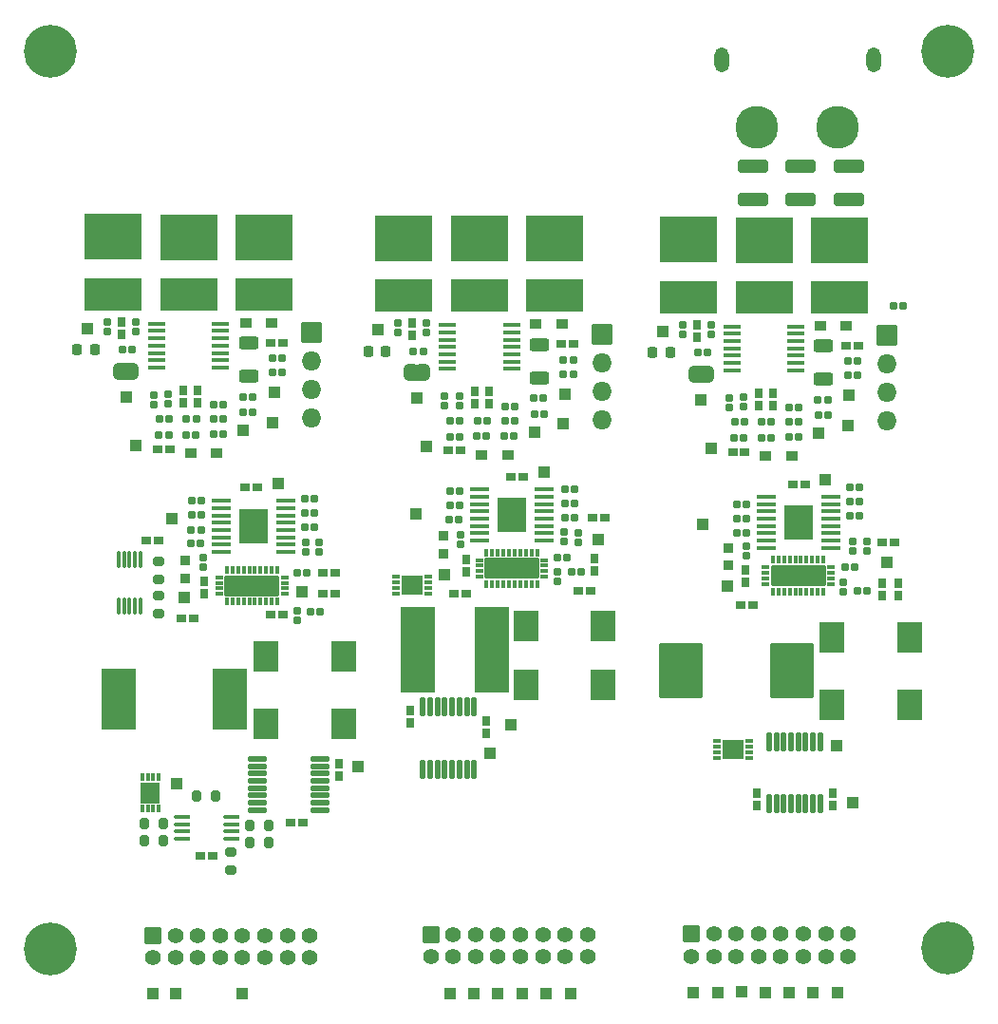
<source format=gbr>
%TF.GenerationSoftware,KiCad,Pcbnew,9.0.0*%
%TF.CreationDate,2025-07-09T13:02:27-07:00*%
%TF.ProjectId,EPS_Scales_RevF_DF11,4550535f-5363-4616-9c65-735f52657646,rev?*%
%TF.SameCoordinates,Original*%
%TF.FileFunction,Soldermask,Top*%
%TF.FilePolarity,Negative*%
%FSLAX46Y46*%
G04 Gerber Fmt 4.6, Leading zero omitted, Abs format (unit mm)*
G04 Created by KiCad (PCBNEW 9.0.0) date 2025-07-09 13:02:27*
%MOMM*%
%LPD*%
G01*
G04 APERTURE LIST*
G04 Aperture macros list*
%AMRoundRect*
0 Rectangle with rounded corners*
0 $1 Rounding radius*
0 $2 $3 $4 $5 $6 $7 $8 $9 X,Y pos of 4 corners*
0 Add a 4 corners polygon primitive as box body*
4,1,4,$2,$3,$4,$5,$6,$7,$8,$9,$2,$3,0*
0 Add four circle primitives for the rounded corners*
1,1,$1+$1,$2,$3*
1,1,$1+$1,$4,$5*
1,1,$1+$1,$6,$7*
1,1,$1+$1,$8,$9*
0 Add four rect primitives between the rounded corners*
20,1,$1+$1,$2,$3,$4,$5,0*
20,1,$1+$1,$4,$5,$6,$7,0*
20,1,$1+$1,$6,$7,$8,$9,0*
20,1,$1+$1,$8,$9,$2,$3,0*%
%AMFreePoly0*
4,1,43,0.507071,0.757071,0.510000,0.750000,0.510000,-0.750000,0.507071,-0.757071,0.500000,-0.760000,0.000000,-0.760000,-0.007071,-0.757071,-0.007630,-0.755722,-0.065263,-0.755722,-0.067851,-0.755381,-0.193930,-0.721599,-0.196342,-0.720600,-0.309381,-0.655337,-0.311452,-0.653748,-0.403748,-0.561452,-0.405337,-0.559381,-0.470600,-0.446342,-0.471599,-0.443930,-0.505381,-0.317851,-0.505722,-0.315263,
-0.505722,-0.257629,-0.507071,-0.257071,-0.510000,-0.250000,-0.510000,0.250000,-0.507071,0.257071,-0.505722,0.257629,-0.505722,0.315263,-0.505381,0.317851,-0.471599,0.443930,-0.470600,0.446342,-0.405337,0.559381,-0.403748,0.561452,-0.311452,0.653748,-0.309381,0.655337,-0.196342,0.720600,-0.193930,0.721599,-0.067851,0.755381,-0.065263,0.755722,-0.007630,0.755722,-0.007071,0.757071,
0.000000,0.760000,0.500000,0.760000,0.507071,0.757071,0.507071,0.757071,$1*%
%AMFreePoly1*
4,1,43,0.007071,0.757071,0.007630,0.755722,0.065263,0.755722,0.067851,0.755381,0.193930,0.721599,0.196342,0.720600,0.309381,0.655337,0.311452,0.653748,0.403748,0.561452,0.405337,0.559381,0.470600,0.446342,0.471599,0.443930,0.505381,0.317851,0.505722,0.315263,0.505722,0.257629,0.507071,0.257071,0.510000,0.250000,0.510000,-0.250000,0.507071,-0.257071,0.505722,-0.257629,
0.505722,-0.315263,0.505381,-0.317851,0.471599,-0.443930,0.470600,-0.446342,0.405337,-0.559381,0.403748,-0.561452,0.311452,-0.653748,0.309381,-0.655337,0.196342,-0.720600,0.193930,-0.721599,0.067851,-0.755381,0.065263,-0.755722,0.007630,-0.755722,0.007071,-0.757071,0.000000,-0.760000,-0.500000,-0.760000,-0.507071,-0.757071,-0.510000,-0.750000,-0.510000,0.750000,-0.507071,0.757071,
-0.500000,0.760000,0.000000,0.760000,0.007071,0.757071,0.007071,0.757071,$1*%
G04 Aperture macros list end*
%ADD10RoundRect,0.010000X-0.500000X0.500000X-0.500000X-0.500000X0.500000X-0.500000X0.500000X0.500000X0*%
%ADD11RoundRect,0.010000X-0.285000X-0.270000X0.285000X-0.270000X0.285000X0.270000X-0.285000X0.270000X0*%
%ADD12RoundRect,0.010000X-0.500000X-0.500000X0.500000X-0.500000X0.500000X0.500000X-0.500000X0.500000X0*%
%ADD13RoundRect,0.010000X0.500000X0.500000X-0.500000X0.500000X-0.500000X-0.500000X0.500000X-0.500000X0*%
%ADD14RoundRect,0.010000X-0.270000X0.395000X-0.270000X-0.395000X0.270000X-0.395000X0.270000X0.395000X0*%
%ADD15RoundRect,0.010000X0.270000X-0.285000X0.270000X0.285000X-0.270000X0.285000X-0.270000X-0.285000X0*%
%ADD16RoundRect,0.010000X-0.395000X-0.270000X0.395000X-0.270000X0.395000X0.270000X-0.395000X0.270000X0*%
%ADD17C,4.720000*%
%ADD18RoundRect,0.010000X-0.270000X0.285000X-0.270000X-0.285000X0.270000X-0.285000X0.270000X0.285000X0*%
%ADD19RoundRect,0.010000X0.290000X0.140000X-0.290000X0.140000X-0.290000X-0.140000X0.290000X-0.140000X0*%
%ADD20RoundRect,0.010000X0.875000X0.815000X-0.875000X0.815000X-0.875000X-0.815000X0.875000X-0.815000X0*%
%ADD21RoundRect,0.223750X-0.223750X-0.261250X0.223750X-0.261250X0.223750X0.261250X-0.223750X0.261250X0*%
%ADD22RoundRect,0.010000X0.395000X0.270000X-0.395000X0.270000X-0.395000X-0.270000X0.395000X-0.270000X0*%
%ADD23RoundRect,0.010000X0.700000X0.700000X-0.700000X0.700000X-0.700000X-0.700000X0.700000X-0.700000X0*%
%ADD24C,1.420000*%
%ADD25RoundRect,0.105000X0.642500X0.105000X-0.642500X0.105000X-0.642500X-0.105000X0.642500X-0.105000X0*%
%ADD26RoundRect,0.010000X0.285000X0.270000X-0.285000X0.270000X-0.285000X-0.270000X0.285000X-0.270000X0*%
%ADD27RoundRect,0.010000X-0.500000X-0.375000X0.500000X-0.375000X0.500000X0.375000X-0.500000X0.375000X0*%
%ADD28RoundRect,0.010000X-2.500000X1.400000X-2.500000X-1.400000X2.500000X-1.400000X2.500000X1.400000X0*%
%ADD29RoundRect,0.010000X-2.500000X2.000000X-2.500000X-2.000000X2.500000X-2.000000X2.500000X2.000000X0*%
%ADD30RoundRect,0.254444X-0.630556X0.318056X-0.630556X-0.318056X0.630556X-0.318056X0.630556X0.318056X0*%
%ADD31RoundRect,0.010000X1.510000X3.750000X-1.510000X3.750000X-1.510000X-3.750000X1.510000X-3.750000X0*%
%ADD32RoundRect,0.010000X-0.400000X-0.400000X0.400000X-0.400000X0.400000X0.400000X-0.400000X0.400000X0*%
%ADD33RoundRect,0.205000X-0.205000X-0.280000X0.205000X-0.280000X0.205000X0.280000X-0.205000X0.280000X0*%
%ADD34RoundRect,0.254347X-1.105653X0.330653X-1.105653X-0.330653X1.105653X-0.330653X1.105653X0.330653X0*%
%ADD35O,1.770000X0.360000*%
%ADD36RoundRect,0.010000X-1.250000X-1.450000X1.250000X-1.450000X1.250000X1.450000X-1.250000X1.450000X0*%
%ADD37FreePoly0,180.000000*%
%ADD38FreePoly1,180.000000*%
%ADD39RoundRect,0.010000X0.270000X-0.395000X0.270000X0.395000X-0.270000X0.395000X-0.270000X-0.395000X0*%
%ADD40RoundRect,0.010000X-0.850000X-0.850000X0.850000X-0.850000X0.850000X0.850000X-0.850000X0.850000X0*%
%ADD41O,1.720000X1.720000*%
%ADD42RoundRect,0.205000X0.280000X-0.205000X0.280000X0.205000X-0.280000X0.205000X-0.280000X-0.205000X0*%
%ADD43RoundRect,0.010000X0.140000X0.290000X-0.140000X0.290000X-0.140000X-0.290000X0.140000X-0.290000X0*%
%ADD44RoundRect,0.010000X2.375000X0.850000X-2.375000X0.850000X-2.375000X-0.850000X2.375000X-0.850000X0*%
%ADD45RoundRect,0.205000X0.205000X0.280000X-0.205000X0.280000X-0.205000X-0.280000X0.205000X-0.280000X0*%
%ADD46RoundRect,0.010000X-1.900000X-2.400000X1.900000X-2.400000X1.900000X2.400000X-1.900000X2.400000X0*%
%ADD47RoundRect,0.010000X0.180000X0.780000X-0.180000X0.780000X-0.180000X-0.780000X0.180000X-0.780000X0*%
%ADD48RoundRect,0.010000X1.095000X1.295000X-1.095000X1.295000X-1.095000X-1.295000X1.095000X-1.295000X0*%
%ADD49RoundRect,0.205000X-0.280000X0.205000X-0.280000X-0.205000X0.280000X-0.205000X0.280000X0.205000X0*%
%ADD50RoundRect,0.010000X0.140000X-0.290000X0.140000X0.290000X-0.140000X0.290000X-0.140000X-0.290000X0*%
%ADD51RoundRect,0.010000X0.815000X-0.875000X0.815000X0.875000X-0.815000X0.875000X-0.815000X-0.875000X0*%
%ADD52O,1.320000X2.220000*%
%ADD53C,3.820000*%
%ADD54RoundRect,0.010000X-1.450000X-2.700000X1.450000X-2.700000X1.450000X2.700000X-1.450000X2.700000X0*%
%ADD55RoundRect,0.010000X-0.780000X0.180000X-0.780000X-0.180000X0.780000X-0.180000X0.780000X0.180000X0*%
%ADD56RoundRect,0.010000X0.400000X0.400000X-0.400000X0.400000X-0.400000X-0.400000X0.400000X-0.400000X0*%
%ADD57O,1.470000X0.400000*%
%ADD58O,0.300000X1.640000*%
G04 APERTURE END LIST*
%TO.C,JP2*%
G36*
X192851000Y-66419500D02*
G01*
X192551000Y-66419500D01*
X192551000Y-64919500D01*
X192851000Y-64919500D01*
X192851000Y-66419500D01*
G37*
%TO.C,JP3*%
G36*
X218209000Y-66536000D02*
G01*
X217909000Y-66536000D01*
X217909000Y-65036000D01*
X218209000Y-65036000D01*
X218209000Y-66536000D01*
G37*
%TO.C,JP4*%
G36*
X166918000Y-66283250D02*
G01*
X166618000Y-66283250D01*
X166618000Y-64783250D01*
X166918000Y-64783250D01*
X166918000Y-66283250D01*
G37*
%TD*%
D10*
%TO.C,TP5*%
X205782000Y-70241500D03*
%TD*%
D11*
%TO.C,R171*%
X172129500Y-71186750D03*
X172989500Y-71186750D03*
%TD*%
D12*
%TO.C,TP10*%
X171958000Y-85699600D03*
%TD*%
%TO.C,TP17*%
X197781000Y-121031000D03*
%TD*%
D13*
%TO.C,TP63*%
X166768000Y-67819250D03*
%TD*%
D11*
%TO.C,R158*%
X169706500Y-71218750D03*
X170566500Y-71218750D03*
%TD*%
%TO.C,R155*%
X223420500Y-71439500D03*
X224280500Y-71439500D03*
%TD*%
D14*
%TO.C,C36*%
X197104000Y-82339000D03*
X197104000Y-83439000D03*
%TD*%
D15*
%TO.C,R64*%
X183983200Y-81648800D03*
X183983200Y-80788800D03*
%TD*%
D16*
%TO.C,C25*%
X184296800Y-83528400D03*
X185396800Y-83528400D03*
%TD*%
D17*
%TO.C,J3*%
X160012800Y-37000000D03*
%TD*%
D13*
%TO.C,TP61*%
X177245500Y-70803750D03*
%TD*%
D18*
%TO.C,R127*%
X196480000Y-67721000D03*
X196480000Y-68581000D03*
%TD*%
D19*
%TO.C,U18*%
X222320000Y-100025000D03*
X222320000Y-99525000D03*
X222320000Y-99025000D03*
X222320000Y-98525000D03*
X219480000Y-98525000D03*
X219480000Y-99025000D03*
X219480000Y-99525000D03*
X219480000Y-100025000D03*
D20*
X220900000Y-99275000D03*
%TD*%
D21*
%TO.C,D14*%
X213700500Y-63875750D03*
X215275500Y-63875750D03*
%TD*%
D22*
%TO.C,C29*%
X169699600Y-80582000D03*
X168599600Y-80582000D03*
%TD*%
D23*
%TO.C,CN1*%
X193941000Y-115729000D03*
D24*
X193941000Y-117729000D03*
X195941000Y-115729000D03*
X195941000Y-117729000D03*
X197941000Y-115729000D03*
X197941000Y-117729000D03*
X199941000Y-115729000D03*
X199941000Y-117729000D03*
X201941000Y-115729000D03*
X201941000Y-117729000D03*
X203941000Y-115729000D03*
X203941000Y-117729000D03*
X205941000Y-115729000D03*
X205941000Y-117729000D03*
X207941000Y-115729000D03*
X207941000Y-117729000D03*
%TD*%
D22*
%TO.C,C27*%
X172807200Y-87541600D03*
X171707200Y-87541600D03*
%TD*%
D25*
%TO.C,U11*%
X175218500Y-65197250D03*
X175218500Y-64547250D03*
X175218500Y-63897250D03*
X175218500Y-63247250D03*
X175218500Y-62597250D03*
X175218500Y-61947250D03*
X175218500Y-61297250D03*
X169493500Y-61297250D03*
X169493500Y-61947250D03*
X169493500Y-62597250D03*
X169493500Y-63247250D03*
X169493500Y-63897250D03*
X169493500Y-64547250D03*
X169493500Y-65197250D03*
%TD*%
D26*
%TO.C,R166*%
X180709000Y-64379250D03*
X179849000Y-64379250D03*
%TD*%
D11*
%TO.C,R165*%
X179849000Y-65649250D03*
X180709000Y-65649250D03*
%TD*%
D12*
%TO.C,TP31*%
X180325600Y-75502000D03*
%TD*%
D21*
%TO.C,D13*%
X188342500Y-63759250D03*
X189917500Y-63759250D03*
%TD*%
D15*
%TO.C,R93*%
X231523600Y-81571200D03*
X231523600Y-80711200D03*
%TD*%
D11*
%TO.C,R60*%
X182716800Y-78194400D03*
X183576800Y-78194400D03*
%TD*%
D10*
%TO.C,TP30*%
X231140000Y-70358000D03*
%TD*%
D11*
%TO.C,R28*%
X221214800Y-77382000D03*
X222074800Y-77382000D03*
%TD*%
D27*
%TO.C,D7*%
X228644000Y-61457000D03*
X230984000Y-61457000D03*
%TD*%
%TO.C,D10*%
X177442800Y-61264800D03*
X179782800Y-61264800D03*
%TD*%
D12*
%TO.C,TP40*%
X195199000Y-83693000D03*
%TD*%
D28*
%TO.C,C43*%
X198331000Y-58811500D03*
D29*
X198331000Y-53711500D03*
%TD*%
D26*
%TO.C,R134*%
X201400500Y-68654000D03*
X200540500Y-68654000D03*
%TD*%
D30*
%TO.C,R86*%
X228981000Y-63296500D03*
X228981000Y-66221500D03*
%TD*%
D26*
%TO.C,R151*%
X226758500Y-68770500D03*
X225898500Y-68770500D03*
%TD*%
%TO.C,R143*%
X221903500Y-70040500D03*
X221043500Y-70040500D03*
%TD*%
%TO.C,R73*%
X196469000Y-78740000D03*
X195609000Y-78740000D03*
%TD*%
D31*
%TO.C,L3*%
X192758000Y-90322400D03*
X199418000Y-90322400D03*
%TD*%
D27*
%TO.C,D6*%
X203286000Y-61340500D03*
X205626000Y-61340500D03*
%TD*%
D18*
%TO.C,R160*%
X170547000Y-67584750D03*
X170547000Y-68444750D03*
%TD*%
D28*
%TO.C,C51*%
X230378000Y-58928000D03*
D29*
X230378000Y-53828000D03*
%TD*%
D32*
%TO.C,D17*%
X172045200Y-82385600D03*
X172045200Y-83985600D03*
%TD*%
D15*
%TO.C,R129*%
X191050000Y-62113500D03*
X191050000Y-61253500D03*
%TD*%
D26*
%TO.C,R78*%
X206756000Y-76073000D03*
X205896000Y-76073000D03*
%TD*%
D14*
%TO.C,C81*%
X173181500Y-67205750D03*
X173181500Y-68305750D03*
%TD*%
D12*
%TO.C,TP21*%
X206417000Y-121031000D03*
%TD*%
D21*
%TO.C,D16*%
X162409500Y-63623000D03*
X163984500Y-63623000D03*
%TD*%
D11*
%TO.C,R149*%
X231140000Y-65902000D03*
X232000000Y-65902000D03*
%TD*%
D33*
%TO.C,R47*%
X168408600Y-107413200D03*
X170058600Y-107413200D03*
%TD*%
D28*
%TO.C,C63*%
X165625000Y-58660250D03*
D29*
X165625000Y-53560250D03*
%TD*%
D11*
%TO.C,R124*%
X203164000Y-69331500D03*
X204024000Y-69331500D03*
%TD*%
%TO.C,R125*%
X195639500Y-71355000D03*
X196499500Y-71355000D03*
%TD*%
%TO.C,R88*%
X231324000Y-75908800D03*
X232184000Y-75908800D03*
%TD*%
D16*
%TO.C,C38*%
X208365000Y-78613000D03*
X209465000Y-78613000D03*
%TD*%
D13*
%TO.C,TP9*%
X193590000Y-72273500D03*
%TD*%
D34*
%TO.C,C2*%
X226949000Y-47293000D03*
X226949000Y-50243000D03*
%TD*%
D15*
%TO.C,R56*%
X230710800Y-85178000D03*
X230710800Y-84318000D03*
%TD*%
%TO.C,R62*%
X182764000Y-81645200D03*
X182764000Y-80785200D03*
%TD*%
D35*
%TO.C,U17*%
X175271200Y-77082800D03*
X175271200Y-77732800D03*
X175271200Y-78382800D03*
X175271200Y-79042800D03*
X175271200Y-79692800D03*
X175271200Y-80342800D03*
X175271200Y-80992800D03*
X175271200Y-81642800D03*
X181011200Y-80342800D03*
X181011200Y-80992800D03*
X181011200Y-81642800D03*
X181011200Y-79692800D03*
X181011200Y-79042800D03*
X181011200Y-78382800D03*
X181011200Y-77732800D03*
X181011200Y-77082800D03*
D36*
X178141200Y-79362800D03*
%TD*%
D13*
%TO.C,TP2*%
X223771800Y-120878200D03*
%TD*%
D28*
%TO.C,C50*%
X216916000Y-58913000D03*
D29*
X216916000Y-53813000D03*
%TD*%
D11*
%TO.C,R132*%
X205782000Y-65785500D03*
X206642000Y-65785500D03*
%TD*%
D17*
%TO.C,J2*%
X160012800Y-117000000D03*
%TD*%
D12*
%TO.C,TP39*%
X204089000Y-74549000D03*
%TD*%
D11*
%TO.C,R131*%
X192398000Y-63764500D03*
X193258000Y-63764500D03*
%TD*%
D13*
%TO.C,TP43*%
X199262000Y-99579000D03*
%TD*%
D37*
%TO.C,JP2*%
X193351000Y-65669500D03*
D38*
X192051000Y-65669500D03*
%TD*%
D15*
%TO.C,R104*%
X205232000Y-84299000D03*
X205232000Y-83439000D03*
%TD*%
D39*
%TO.C,C73*%
X217678000Y-62470000D03*
X217678000Y-61370000D03*
%TD*%
%TO.C,C78*%
X235587600Y-85492400D03*
X235587600Y-84392400D03*
%TD*%
D22*
%TO.C,C74*%
X232035000Y-63235000D03*
X230935000Y-63235000D03*
%TD*%
D13*
%TO.C,TP15*%
X192701000Y-67955500D03*
%TD*%
D11*
%TO.C,R61*%
X182713200Y-79464400D03*
X183573200Y-79464400D03*
%TD*%
D30*
%TO.C,R85*%
X203623000Y-63180000D03*
X203623000Y-66105000D03*
%TD*%
D12*
%TO.C,TP19*%
X202099000Y-121031000D03*
%TD*%
D35*
%TO.C,U12*%
X198298000Y-76062500D03*
X198298000Y-76712500D03*
X198298000Y-77362500D03*
X198298000Y-78022500D03*
X198298000Y-78672500D03*
X198298000Y-79322500D03*
X198298000Y-79972500D03*
X198298000Y-80622500D03*
X204038000Y-79322500D03*
X204038000Y-79972500D03*
X204038000Y-80622500D03*
X204038000Y-78672500D03*
X204038000Y-78022500D03*
X204038000Y-77362500D03*
X204038000Y-76712500D03*
X204038000Y-76062500D03*
D36*
X201168000Y-78342500D03*
%TD*%
D11*
%TO.C,R168*%
X172165500Y-69787750D03*
X173025500Y-69787750D03*
%TD*%
D16*
%TO.C,C28*%
X184296800Y-85357200D03*
X185396800Y-85357200D03*
%TD*%
D40*
%TO.C,J8*%
X234594000Y-62367000D03*
D41*
X234594000Y-64907000D03*
X234594000Y-67447000D03*
X234594000Y-69987000D03*
%TD*%
D12*
%TO.C,TP42*%
X201066400Y-97078800D03*
%TD*%
D15*
%TO.C,R77*%
X196596000Y-80948000D03*
X196596000Y-80088000D03*
%TD*%
D42*
%TO.C,R35*%
X169657600Y-84099400D03*
X169657600Y-82449400D03*
%TD*%
D14*
%TO.C,C75*%
X223202500Y-67458500D03*
X223202500Y-68558500D03*
%TD*%
D11*
%TO.C,R81*%
X205232000Y-82169000D03*
X206092000Y-82169000D03*
%TD*%
D15*
%TO.C,R80*%
X207137000Y-80821000D03*
X207137000Y-79961000D03*
%TD*%
D43*
%TO.C,U13*%
X203419000Y-81687000D03*
X202919000Y-81687000D03*
X202419000Y-81687000D03*
X201919000Y-81687000D03*
X201419000Y-81687000D03*
X200919000Y-81687000D03*
X200419000Y-81687000D03*
X199919000Y-81687000D03*
X199419000Y-81687000D03*
X198919000Y-81687000D03*
D44*
X201169000Y-83107000D03*
D19*
X198249000Y-83857000D03*
X198249000Y-83357000D03*
X198249000Y-82857000D03*
X198249000Y-82357000D03*
D43*
X200919000Y-84527000D03*
X200419000Y-84527000D03*
X199919000Y-84527000D03*
X199419000Y-84527000D03*
X198919000Y-84527000D03*
X201419000Y-84527000D03*
X201919000Y-84527000D03*
X202419000Y-84527000D03*
X202919000Y-84527000D03*
X203419000Y-84527000D03*
D19*
X204089000Y-83857000D03*
X204089000Y-83357000D03*
X204089000Y-82857000D03*
X204089000Y-82357000D03*
%TD*%
D11*
%TO.C,R57*%
X172654800Y-77076800D03*
X173514800Y-77076800D03*
%TD*%
%TO.C,R72*%
X195662770Y-77470000D03*
X196522770Y-77470000D03*
%TD*%
D16*
%TO.C,C47*%
X234224800Y-80785600D03*
X235324800Y-80785600D03*
%TD*%
D13*
%TO.C,TP56*%
X228536500Y-71056500D03*
%TD*%
%TO.C,TP44*%
X217371000Y-120878200D03*
%TD*%
D45*
%TO.C,R46*%
X179456600Y-107514800D03*
X177806600Y-107514800D03*
%TD*%
D25*
%TO.C,U6*%
X201151500Y-65333500D03*
X201151500Y-64683500D03*
X201151500Y-64033500D03*
X201151500Y-63383500D03*
X201151500Y-62733500D03*
X201151500Y-62083500D03*
X201151500Y-61433500D03*
X195426500Y-61433500D03*
X195426500Y-62083500D03*
X195426500Y-62733500D03*
X195426500Y-63383500D03*
X195426500Y-64033500D03*
X195426500Y-64683500D03*
X195426500Y-65333500D03*
%TD*%
D15*
%TO.C,R29*%
X222074800Y-81977600D03*
X222074800Y-81117600D03*
%TD*%
D11*
%TO.C,R135*%
X198098500Y-69924000D03*
X198958500Y-69924000D03*
%TD*%
D40*
%TO.C,J9*%
X183303000Y-62114250D03*
D41*
X183303000Y-64654250D03*
X183303000Y-67194250D03*
X183303000Y-69734250D03*
%TD*%
D46*
%TO.C,L1*%
X216238800Y-92215600D03*
X226138800Y-92215600D03*
%TD*%
D11*
%TO.C,R41*%
X172654800Y-78346800D03*
X173514800Y-78346800D03*
%TD*%
D47*
%TO.C,U16*%
X197809200Y-95467200D03*
X197159200Y-95467200D03*
X196509200Y-95467200D03*
X195859200Y-95467200D03*
X195199200Y-95467200D03*
X194549200Y-101027200D03*
X194549200Y-95467200D03*
X193899200Y-95467200D03*
X193249200Y-95467200D03*
X193249200Y-101027200D03*
X193899200Y-101027200D03*
X195199200Y-101027200D03*
X195859200Y-101027200D03*
X197809200Y-101027200D03*
X197159200Y-101027200D03*
X196509200Y-101027200D03*
%TD*%
D15*
%TO.C,R130*%
X193590000Y-62113500D03*
X193590000Y-61253500D03*
%TD*%
D26*
%TO.C,R126*%
X196545500Y-69924000D03*
X195685500Y-69924000D03*
%TD*%
D48*
%TO.C,C62*%
X229737600Y-95263600D03*
X236617600Y-95263600D03*
%TD*%
D43*
%TO.C,U3*%
X180258800Y-83223600D03*
X179758800Y-83223600D03*
X179258800Y-83223600D03*
X178758800Y-83223600D03*
X178258800Y-83223600D03*
X177758800Y-83223600D03*
X177258800Y-83223600D03*
X176758800Y-83223600D03*
X176258800Y-83223600D03*
X175758800Y-83223600D03*
D44*
X178008800Y-84643600D03*
D19*
X175088800Y-85393600D03*
X175088800Y-84893600D03*
X175088800Y-84393600D03*
X175088800Y-83893600D03*
D43*
X177758800Y-86063600D03*
X177258800Y-86063600D03*
X176758800Y-86063600D03*
X176258800Y-86063600D03*
X175758800Y-86063600D03*
X178258800Y-86063600D03*
X178758800Y-86063600D03*
X179258800Y-86063600D03*
X179758800Y-86063600D03*
X180258800Y-86063600D03*
D19*
X180928800Y-85393600D03*
X180928800Y-84893600D03*
X180928800Y-84393600D03*
X180928800Y-83893600D03*
%TD*%
D16*
%TO.C,C41*%
X207069600Y-85090000D03*
X208169600Y-85090000D03*
%TD*%
D37*
%TO.C,JP3*%
X218709000Y-65786000D03*
D38*
X217409000Y-65786000D03*
%TD*%
D12*
%TO.C,TP33*%
X171283200Y-102273600D03*
%TD*%
%TO.C,TP20*%
X204258000Y-121031000D03*
%TD*%
D14*
%TO.C,C76*%
X224472500Y-67458500D03*
X224472500Y-68558500D03*
%TD*%
D26*
%TO.C,R169*%
X175429500Y-71150750D03*
X174569500Y-71150750D03*
%TD*%
%TO.C,R107*%
X173442000Y-79667600D03*
X172582000Y-79667600D03*
%TD*%
D15*
%TO.C,R128*%
X195189000Y-68625000D03*
X195189000Y-67765000D03*
%TD*%
D26*
%TO.C,R153*%
X226720500Y-71403500D03*
X225860500Y-71403500D03*
%TD*%
D14*
%TO.C,C54*%
X223040000Y-103137600D03*
X223040000Y-104237600D03*
%TD*%
D23*
%TO.C,J6*%
X217167800Y-115696600D03*
D24*
X217167800Y-117696600D03*
X219167800Y-115696600D03*
X219167800Y-117696600D03*
X221167800Y-115696600D03*
X221167800Y-117696600D03*
X223167800Y-115696600D03*
X223167800Y-117696600D03*
X225167800Y-115696600D03*
X225167800Y-117696600D03*
X227167800Y-115696600D03*
X227167800Y-117696600D03*
X229167800Y-115696600D03*
X229167800Y-117696600D03*
X231167800Y-115696600D03*
X231167800Y-117696600D03*
%TD*%
D49*
%TO.C,R34*%
X169657600Y-85497400D03*
X169657600Y-87147400D03*
%TD*%
D15*
%TO.C,R92*%
X232793600Y-81547600D03*
X232793600Y-80687600D03*
%TD*%
D30*
%TO.C,R94*%
X177690000Y-63043750D03*
X177690000Y-65968750D03*
%TD*%
D15*
%TO.C,R161*%
X169256000Y-68488750D03*
X169256000Y-67628750D03*
%TD*%
D11*
%TO.C,R91*%
X230866800Y-83020800D03*
X231726800Y-83020800D03*
%TD*%
D22*
%TO.C,C83*%
X170663500Y-72475350D03*
X169563500Y-72475350D03*
%TD*%
D14*
%TO.C,C71*%
X197844500Y-67342000D03*
X197844500Y-68442000D03*
%TD*%
D50*
%TO.C,U4*%
X168200000Y-104520000D03*
X168700000Y-104520000D03*
X169200000Y-104520000D03*
X169700000Y-104520000D03*
X169700000Y-101680000D03*
X169200000Y-101680000D03*
X168700000Y-101680000D03*
X168200000Y-101680000D03*
D51*
X168950000Y-103100000D03*
%TD*%
D11*
%TO.C,R90*%
X231273200Y-78448800D03*
X232133200Y-78448800D03*
%TD*%
D34*
%TO.C,C1*%
X231199000Y-47293000D03*
X231199000Y-50243000D03*
%TD*%
%TO.C,C3*%
X222699000Y-47293000D03*
X222699000Y-50243000D03*
%TD*%
D12*
%TO.C,TP25*%
X229136000Y-75197600D03*
%TD*%
D11*
%TO.C,R146*%
X217756000Y-63881000D03*
X218616000Y-63881000D03*
%TD*%
D42*
%TO.C,R44*%
X176091600Y-110016200D03*
X176091600Y-108366200D03*
%TD*%
D11*
%TO.C,R141*%
X228522000Y-69448000D03*
X229382000Y-69448000D03*
%TD*%
D52*
%TO.C,U8*%
X219901000Y-37815000D03*
X233401000Y-37815000D03*
D53*
X223051000Y-43815000D03*
X230251000Y-43815000D03*
%TD*%
D54*
%TO.C,L2*%
X166101600Y-94742000D03*
X176001600Y-94742000D03*
%TD*%
D28*
%TO.C,C34*%
X191558000Y-58796500D03*
D29*
X191558000Y-53696500D03*
%TD*%
D48*
%TO.C,C58*%
X202427000Y-88265000D03*
X209307000Y-88265000D03*
%TD*%
D22*
%TO.C,C35*%
X202226000Y-74930000D03*
X201126000Y-74930000D03*
%TD*%
D12*
%TO.C,TP6*%
X189272000Y-61859500D03*
%TD*%
D15*
%TO.C,R164*%
X167657000Y-61977250D03*
X167657000Y-61117250D03*
%TD*%
D55*
%TO.C,U5*%
X178510800Y-100082000D03*
X178510800Y-100732000D03*
X178510800Y-101382000D03*
X178510800Y-102032000D03*
X178510800Y-102692000D03*
X184070800Y-103342000D03*
X178510800Y-103342000D03*
X178510800Y-103992000D03*
X178510800Y-104642000D03*
X184070800Y-104642000D03*
X184070800Y-103992000D03*
X184070800Y-102692000D03*
X184070800Y-102032000D03*
X184070800Y-100082000D03*
X184070800Y-100732000D03*
X184070800Y-101382000D03*
%TD*%
D12*
%TO.C,TP54*%
X214630000Y-61976000D03*
%TD*%
D39*
%TO.C,C60*%
X234216000Y-85501200D03*
X234216000Y-84401200D03*
%TD*%
D12*
%TO.C,TP35*%
X182459200Y-85204800D03*
%TD*%
%TO.C,TP28*%
X230152000Y-98870400D03*
%TD*%
D10*
%TO.C,TP47*%
X179849000Y-70105250D03*
%TD*%
D14*
%TO.C,C70*%
X199114500Y-67342000D03*
X199114500Y-68442000D03*
%TD*%
D11*
%TO.C,R152*%
X223456500Y-70040500D03*
X224316500Y-70040500D03*
%TD*%
D23*
%TO.C,J10*%
X169157200Y-115798200D03*
D24*
X169157200Y-117798200D03*
X171157200Y-115798200D03*
X171157200Y-117798200D03*
X173157200Y-115798200D03*
X173157200Y-117798200D03*
X175157200Y-115798200D03*
X175157200Y-117798200D03*
X177157200Y-115798200D03*
X177157200Y-117798200D03*
X179157200Y-115798200D03*
X179157200Y-117798200D03*
X181157200Y-115798200D03*
X181157200Y-117798200D03*
X183157200Y-115798200D03*
X183157200Y-117798200D03*
%TD*%
D48*
%TO.C,C56*%
X179273200Y-96982000D03*
X186153200Y-96982000D03*
%TD*%
D22*
%TO.C,C31*%
X182501200Y-105728000D03*
X181401200Y-105728000D03*
%TD*%
D13*
%TO.C,TP45*%
X219504600Y-120878200D03*
%TD*%
D26*
%TO.C,R154*%
X226758500Y-70040500D03*
X225898500Y-70040500D03*
%TD*%
D13*
%TO.C,TP46*%
X230172600Y-120878200D03*
%TD*%
D39*
%TO.C,C55*%
X229796400Y-104246400D03*
X229796400Y-103146400D03*
%TD*%
D17*
%TO.C,J5*%
X240012800Y-37000000D03*
%TD*%
D13*
%TO.C,TP8*%
X203178500Y-70940000D03*
%TD*%
D12*
%TO.C,TP34*%
X187488400Y-100800400D03*
%TD*%
%TO.C,TP23*%
X171196000Y-120973200D03*
%TD*%
D14*
%TO.C,C23*%
X173721600Y-84299200D03*
X173721600Y-85399200D03*
%TD*%
D11*
%TO.C,R162*%
X166465000Y-63628250D03*
X167325000Y-63628250D03*
%TD*%
D15*
%TO.C,R163*%
X165117000Y-61977250D03*
X165117000Y-61117250D03*
%TD*%
D11*
%TO.C,R75*%
X195662770Y-76200000D03*
X196522770Y-76200000D03*
%TD*%
D22*
%TO.C,C72*%
X196596500Y-72611600D03*
X195496500Y-72611600D03*
%TD*%
D45*
%TO.C,R45*%
X174741000Y-103400000D03*
X173091000Y-103400000D03*
%TD*%
D18*
%TO.C,R144*%
X221838000Y-67837500D03*
X221838000Y-68697500D03*
%TD*%
D12*
%TO.C,TP41*%
X208915000Y-80518000D03*
%TD*%
D15*
%TO.C,R58*%
X173620000Y-82993200D03*
X173620000Y-82133200D03*
%TD*%
D26*
%TO.C,R159*%
X170612500Y-69787750D03*
X169752500Y-69787750D03*
%TD*%
D11*
%TO.C,R174*%
X235204000Y-59690000D03*
X236064000Y-59690000D03*
%TD*%
D28*
%TO.C,C64*%
X172398000Y-58675250D03*
D29*
X172398000Y-53575250D03*
%TD*%
D39*
%TO.C,C68*%
X192320000Y-62353500D03*
X192320000Y-61253500D03*
%TD*%
D11*
%TO.C,R157*%
X177231000Y-69195250D03*
X178091000Y-69195250D03*
%TD*%
D25*
%TO.C,U10*%
X226509500Y-65450000D03*
X226509500Y-64800000D03*
X226509500Y-64150000D03*
X226509500Y-63500000D03*
X226509500Y-62850000D03*
X226509500Y-62200000D03*
X226509500Y-61550000D03*
X220784500Y-61550000D03*
X220784500Y-62200000D03*
X220784500Y-62850000D03*
X220784500Y-63500000D03*
X220784500Y-64150000D03*
X220784500Y-64800000D03*
X220784500Y-65450000D03*
%TD*%
D12*
%TO.C,TP36*%
X170876800Y-78702400D03*
%TD*%
D27*
%TO.C,D15*%
X223810500Y-73088500D03*
X226150500Y-73088500D03*
%TD*%
D26*
%TO.C,R82*%
X222098400Y-79922000D03*
X221238400Y-79922000D03*
%TD*%
D12*
%TO.C,TP37*%
X192633600Y-78232000D03*
%TD*%
D45*
%TO.C,R43*%
X179456600Y-105990800D03*
X177806600Y-105990800D03*
%TD*%
D26*
%TO.C,R150*%
X232000000Y-64632000D03*
X231140000Y-64632000D03*
%TD*%
%TO.C,R138*%
X201362500Y-71287000D03*
X200502500Y-71287000D03*
%TD*%
D17*
%TO.C,J4*%
X240030000Y-116967000D03*
%TD*%
D37*
%TO.C,JP4*%
X167418000Y-65533250D03*
D38*
X166118000Y-65533250D03*
%TD*%
D13*
%TO.C,TP57*%
X218948000Y-72390000D03*
%TD*%
D56*
%TO.C,D9*%
X195072000Y-81826000D03*
X195072000Y-80226000D03*
%TD*%
D12*
%TO.C,TP27*%
X234622400Y-82563600D03*
%TD*%
D57*
%TO.C,U9*%
X176158000Y-107224800D03*
X176158000Y-106564800D03*
X176158000Y-105914800D03*
X176158000Y-105264800D03*
X171758000Y-105264800D03*
X171758000Y-105914800D03*
X171758000Y-106564800D03*
X171758000Y-107224800D03*
%TD*%
D14*
%TO.C,C82*%
X171911500Y-67205750D03*
X171911500Y-68305750D03*
%TD*%
D12*
%TO.C,TP59*%
X163339000Y-61723250D03*
%TD*%
D11*
%TO.C,R89*%
X231296800Y-77178800D03*
X232156800Y-77178800D03*
%TD*%
D40*
%TO.C,J7*%
X209236000Y-62250500D03*
D41*
X209236000Y-64790500D03*
X209236000Y-67330500D03*
X209236000Y-69870500D03*
%TD*%
D11*
%TO.C,R142*%
X220997500Y-71471500D03*
X221857500Y-71471500D03*
%TD*%
D26*
%TO.C,R167*%
X175467500Y-68517750D03*
X174607500Y-68517750D03*
%TD*%
D19*
%TO.C,U14*%
X193695000Y-85350000D03*
X193695000Y-84850000D03*
X193695000Y-84350000D03*
X193695000Y-83850000D03*
X190855000Y-83850000D03*
X190855000Y-84350000D03*
X190855000Y-84850000D03*
X190855000Y-85350000D03*
D20*
X192275000Y-84600000D03*
%TD*%
D27*
%TO.C,D18*%
X172519500Y-72835750D03*
X174859500Y-72835750D03*
%TD*%
D12*
%TO.C,TP38*%
X218214000Y-79210800D03*
%TD*%
D22*
%TO.C,C59*%
X222684400Y-86373600D03*
X221584400Y-86373600D03*
%TD*%
%TO.C,C45*%
X227298400Y-75604000D03*
X226198400Y-75604000D03*
%TD*%
D13*
%TO.C,TP62*%
X167657000Y-72137250D03*
%TD*%
D12*
%TO.C,TP60*%
X179976000Y-67438250D03*
%TD*%
D22*
%TO.C,C24*%
X178479200Y-75908400D03*
X177379200Y-75908400D03*
%TD*%
D26*
%TO.C,R137*%
X203975000Y-67955500D03*
X203115000Y-67955500D03*
%TD*%
D14*
%TO.C,C32*%
X185761200Y-100504400D03*
X185761200Y-101604400D03*
%TD*%
D15*
%TO.C,R79*%
X205867000Y-80694000D03*
X205867000Y-79834000D03*
%TD*%
D26*
%TO.C,R140*%
X201400500Y-69924000D03*
X200540500Y-69924000D03*
%TD*%
D16*
%TO.C,C30*%
X173366000Y-108734000D03*
X174466000Y-108734000D03*
%TD*%
D15*
%TO.C,R65*%
X182052800Y-87744800D03*
X182052800Y-86884800D03*
%TD*%
D12*
%TO.C,TP22*%
X169164000Y-120973200D03*
%TD*%
D22*
%TO.C,C77*%
X221954500Y-72728100D03*
X220854500Y-72728100D03*
%TD*%
D15*
%TO.C,R147*%
X216408000Y-62230000D03*
X216408000Y-61370000D03*
%TD*%
%TO.C,R148*%
X218948000Y-62230000D03*
X218948000Y-61370000D03*
%TD*%
D11*
%TO.C,R136*%
X198062500Y-71323000D03*
X198922500Y-71323000D03*
%TD*%
D12*
%TO.C,TP24*%
X177093200Y-121031000D03*
%TD*%
D13*
%TO.C,TP58*%
X218059000Y-68072000D03*
%TD*%
D12*
%TO.C,TP55*%
X231267000Y-67691000D03*
%TD*%
D26*
%TO.C,R103*%
X207362000Y-83439000D03*
X206502000Y-83439000D03*
%TD*%
D11*
%TO.C,R63*%
X182029200Y-83477600D03*
X182889200Y-83477600D03*
%TD*%
D58*
%TO.C,U7*%
X168085900Y-82282000D03*
X167585900Y-82282000D03*
X167085900Y-82282000D03*
X166585900Y-82282000D03*
X166085900Y-82282000D03*
X166085900Y-86502000D03*
X166585900Y-86502000D03*
X167085900Y-86502000D03*
X167585900Y-86502000D03*
X168085900Y-86502000D03*
%TD*%
D28*
%TO.C,C53*%
X223689000Y-58928000D03*
D29*
X223689000Y-53828000D03*
%TD*%
D48*
%TO.C,C61*%
X229737600Y-89213600D03*
X236617600Y-89213600D03*
%TD*%
D12*
%TO.C,TP16*%
X195707000Y-121031000D03*
%TD*%
%TO.C,TP26*%
X220347600Y-84697200D03*
%TD*%
%TO.C,TP7*%
X205909000Y-67574500D03*
%TD*%
D56*
%TO.C,D4*%
X220449200Y-82855600D03*
X220449200Y-81255600D03*
%TD*%
D28*
%TO.C,C65*%
X179087000Y-58675250D03*
D29*
X179087000Y-53575250D03*
%TD*%
D11*
%TO.C,R59*%
X182716800Y-76924400D03*
X183576800Y-76924400D03*
%TD*%
D12*
%TO.C,TP18*%
X199940000Y-121031000D03*
%TD*%
D11*
%TO.C,R66*%
X183248400Y-86932000D03*
X184108400Y-86932000D03*
%TD*%
D33*
%TO.C,R42*%
X168408600Y-105889200D03*
X170058600Y-105889200D03*
%TD*%
D15*
%TO.C,R145*%
X220547000Y-68741500D03*
X220547000Y-67881500D03*
%TD*%
D26*
%TO.C,R87*%
X222074800Y-78652000D03*
X221214800Y-78652000D03*
%TD*%
D11*
%TO.C,R108*%
X172556800Y-80886800D03*
X173416800Y-80886800D03*
%TD*%
D14*
%TO.C,C46*%
X222024000Y-83283600D03*
X222024000Y-84383600D03*
%TD*%
D13*
%TO.C,TP3*%
X225905400Y-120878200D03*
%TD*%
D48*
%TO.C,C52*%
X179273200Y-90932000D03*
X186153200Y-90932000D03*
%TD*%
D39*
%TO.C,C49*%
X198881000Y-97843000D03*
X198881000Y-96743000D03*
%TD*%
D26*
%TO.C,R156*%
X229333000Y-68072000D03*
X228473000Y-68072000D03*
%TD*%
%TO.C,R55*%
X232844400Y-85103600D03*
X231984400Y-85103600D03*
%TD*%
D39*
%TO.C,C79*%
X166387000Y-62217250D03*
X166387000Y-61117250D03*
%TD*%
D26*
%TO.C,R172*%
X178042000Y-67819250D03*
X177182000Y-67819250D03*
%TD*%
D13*
%TO.C,TP4*%
X228039000Y-120878200D03*
%TD*%
D26*
%TO.C,R74*%
X206756000Y-78613000D03*
X205896000Y-78613000D03*
%TD*%
D35*
%TO.C,U15*%
X223878400Y-76711100D03*
X223878400Y-77361100D03*
X223878400Y-78011100D03*
X223878400Y-78671100D03*
X223878400Y-79321100D03*
X223878400Y-79971100D03*
X223878400Y-80621100D03*
X223878400Y-81271100D03*
X229618400Y-79971100D03*
X229618400Y-80621100D03*
X229618400Y-81271100D03*
X229618400Y-79321100D03*
X229618400Y-78671100D03*
X229618400Y-78011100D03*
X229618400Y-77361100D03*
X229618400Y-76711100D03*
D36*
X226748400Y-78991100D03*
%TD*%
D22*
%TO.C,C40*%
X197146000Y-85344000D03*
X196046000Y-85344000D03*
%TD*%
D12*
%TO.C,TP29*%
X231574400Y-104001200D03*
%TD*%
D27*
%TO.C,D8*%
X198452500Y-72972000D03*
X200792500Y-72972000D03*
%TD*%
D16*
%TO.C,C26*%
X179632000Y-87236800D03*
X180732000Y-87236800D03*
%TD*%
D26*
%TO.C,R76*%
X206749389Y-77343000D03*
X205889389Y-77343000D03*
%TD*%
%TO.C,R170*%
X175467500Y-69787750D03*
X174607500Y-69787750D03*
%TD*%
D43*
%TO.C,U1*%
X228947600Y-82312000D03*
X228447600Y-82312000D03*
X227947600Y-82312000D03*
X227447600Y-82312000D03*
X226947600Y-82312000D03*
X226447600Y-82312000D03*
X225947600Y-82312000D03*
X225447600Y-82312000D03*
X224947600Y-82312000D03*
X224447600Y-82312000D03*
D44*
X226697600Y-83732000D03*
D19*
X223777600Y-84482000D03*
X223777600Y-83982000D03*
X223777600Y-83482000D03*
X223777600Y-82982000D03*
D43*
X226447600Y-85152000D03*
X225947600Y-85152000D03*
X225447600Y-85152000D03*
X224947600Y-85152000D03*
X224447600Y-85152000D03*
X226947600Y-85152000D03*
X227447600Y-85152000D03*
X227947600Y-85152000D03*
X228447600Y-85152000D03*
X228947600Y-85152000D03*
D19*
X229617600Y-84482000D03*
X229617600Y-83982000D03*
X229617600Y-83482000D03*
X229617600Y-82982000D03*
%TD*%
D39*
%TO.C,C48*%
X192151000Y-96858000D03*
X192151000Y-95758000D03*
%TD*%
D12*
%TO.C,TP1*%
X221640400Y-120853200D03*
%TD*%
D47*
%TO.C,U2*%
X228663600Y-98528800D03*
X228013600Y-98528800D03*
X227363600Y-98528800D03*
X226713600Y-98528800D03*
X226053600Y-98528800D03*
X225403600Y-104088800D03*
X225403600Y-98528800D03*
X224753600Y-98528800D03*
X224103600Y-98528800D03*
X224103600Y-104088800D03*
X224753600Y-104088800D03*
X226053600Y-104088800D03*
X226713600Y-104088800D03*
X228663600Y-104088800D03*
X228013600Y-104088800D03*
X227363600Y-104088800D03*
%TD*%
D39*
%TO.C,C39*%
X208534000Y-83354000D03*
X208534000Y-82254000D03*
%TD*%
D22*
%TO.C,C69*%
X206677000Y-63118500D03*
X205577000Y-63118500D03*
%TD*%
%TO.C,C80*%
X180744000Y-62982250D03*
X179644000Y-62982250D03*
%TD*%
D26*
%TO.C,R133*%
X206642000Y-64515500D03*
X205782000Y-64515500D03*
%TD*%
D28*
%TO.C,C44*%
X205020000Y-58811500D03*
D29*
X205020000Y-53711500D03*
%TD*%
D48*
%TO.C,C57*%
X202427000Y-93472000D03*
X209307000Y-93472000D03*
%TD*%
M02*

</source>
